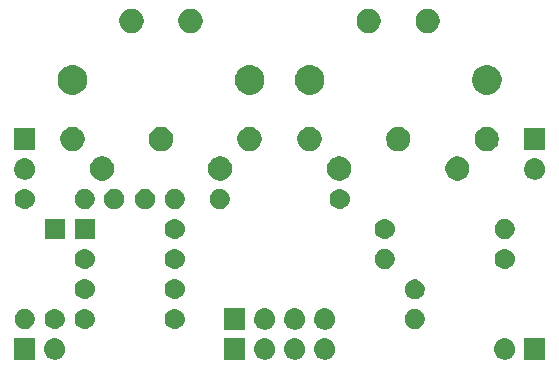
<source format=gbr>
G04 #@! TF.GenerationSoftware,KiCad,Pcbnew,(5.0.0)*
G04 #@! TF.CreationDate,2020-09-09T22:39:45-04:00*
G04 #@! TF.ProjectId,breadboard_midi,6272656164626F6172645F6D6964692E,rev?*
G04 #@! TF.SameCoordinates,Original*
G04 #@! TF.FileFunction,Soldermask,Bot*
G04 #@! TF.FilePolarity,Negative*
%FSLAX46Y46*%
G04 Gerber Fmt 4.6, Leading zero omitted, Abs format (unit mm)*
G04 Created by KiCad (PCBNEW (5.0.0)) date 09/09/20 22:39:45*
%MOMM*%
%LPD*%
G01*
G04 APERTURE LIST*
%ADD10C,0.100000*%
G04 APERTURE END LIST*
D10*
G36*
X171081000Y-115201000D02*
X169279000Y-115201000D01*
X169279000Y-113399000D01*
X171081000Y-113399000D01*
X171081000Y-115201000D01*
X171081000Y-115201000D01*
G37*
G36*
X129650443Y-113405519D02*
X129716627Y-113412037D01*
X129829853Y-113446384D01*
X129886467Y-113463557D01*
X130025087Y-113537652D01*
X130042991Y-113547222D01*
X130078729Y-113576552D01*
X130180186Y-113659814D01*
X130263448Y-113761271D01*
X130292778Y-113797009D01*
X130292779Y-113797011D01*
X130376443Y-113953533D01*
X130376443Y-113953534D01*
X130427963Y-114123373D01*
X130445359Y-114300000D01*
X130427963Y-114476627D01*
X130393616Y-114589853D01*
X130376443Y-114646467D01*
X130302348Y-114785087D01*
X130292778Y-114802991D01*
X130263448Y-114838729D01*
X130180186Y-114940186D01*
X130078729Y-115023448D01*
X130042991Y-115052778D01*
X130042989Y-115052779D01*
X129886467Y-115136443D01*
X129829853Y-115153616D01*
X129716627Y-115187963D01*
X129650442Y-115194482D01*
X129584260Y-115201000D01*
X129495740Y-115201000D01*
X129429558Y-115194482D01*
X129363373Y-115187963D01*
X129250147Y-115153616D01*
X129193533Y-115136443D01*
X129037011Y-115052779D01*
X129037009Y-115052778D01*
X129001271Y-115023448D01*
X128899814Y-114940186D01*
X128816552Y-114838729D01*
X128787222Y-114802991D01*
X128777652Y-114785087D01*
X128703557Y-114646467D01*
X128686384Y-114589853D01*
X128652037Y-114476627D01*
X128634641Y-114300000D01*
X128652037Y-114123373D01*
X128703557Y-113953534D01*
X128703557Y-113953533D01*
X128787221Y-113797011D01*
X128787222Y-113797009D01*
X128816552Y-113761271D01*
X128899814Y-113659814D01*
X129001271Y-113576552D01*
X129037009Y-113547222D01*
X129054913Y-113537652D01*
X129193533Y-113463557D01*
X129250147Y-113446384D01*
X129363373Y-113412037D01*
X129429557Y-113405519D01*
X129495740Y-113399000D01*
X129584260Y-113399000D01*
X129650443Y-113405519D01*
X129650443Y-113405519D01*
G37*
G36*
X127901000Y-115201000D02*
X126099000Y-115201000D01*
X126099000Y-113399000D01*
X127901000Y-113399000D01*
X127901000Y-115201000D01*
X127901000Y-115201000D01*
G37*
G36*
X167750443Y-113405519D02*
X167816627Y-113412037D01*
X167929853Y-113446384D01*
X167986467Y-113463557D01*
X168125087Y-113537652D01*
X168142991Y-113547222D01*
X168178729Y-113576552D01*
X168280186Y-113659814D01*
X168363448Y-113761271D01*
X168392778Y-113797009D01*
X168392779Y-113797011D01*
X168476443Y-113953533D01*
X168476443Y-113953534D01*
X168527963Y-114123373D01*
X168545359Y-114300000D01*
X168527963Y-114476627D01*
X168493616Y-114589853D01*
X168476443Y-114646467D01*
X168402348Y-114785087D01*
X168392778Y-114802991D01*
X168363448Y-114838729D01*
X168280186Y-114940186D01*
X168178729Y-115023448D01*
X168142991Y-115052778D01*
X168142989Y-115052779D01*
X167986467Y-115136443D01*
X167929853Y-115153616D01*
X167816627Y-115187963D01*
X167750442Y-115194482D01*
X167684260Y-115201000D01*
X167595740Y-115201000D01*
X167529558Y-115194482D01*
X167463373Y-115187963D01*
X167350147Y-115153616D01*
X167293533Y-115136443D01*
X167137011Y-115052779D01*
X167137009Y-115052778D01*
X167101271Y-115023448D01*
X166999814Y-114940186D01*
X166916552Y-114838729D01*
X166887222Y-114802991D01*
X166877652Y-114785087D01*
X166803557Y-114646467D01*
X166786384Y-114589853D01*
X166752037Y-114476627D01*
X166734641Y-114300000D01*
X166752037Y-114123373D01*
X166803557Y-113953534D01*
X166803557Y-113953533D01*
X166887221Y-113797011D01*
X166887222Y-113797009D01*
X166916552Y-113761271D01*
X166999814Y-113659814D01*
X167101271Y-113576552D01*
X167137009Y-113547222D01*
X167154913Y-113537652D01*
X167293533Y-113463557D01*
X167350147Y-113446384D01*
X167463373Y-113412037D01*
X167529557Y-113405519D01*
X167595740Y-113399000D01*
X167684260Y-113399000D01*
X167750443Y-113405519D01*
X167750443Y-113405519D01*
G37*
G36*
X152510443Y-113405519D02*
X152576627Y-113412037D01*
X152689853Y-113446384D01*
X152746467Y-113463557D01*
X152885087Y-113537652D01*
X152902991Y-113547222D01*
X152938729Y-113576552D01*
X153040186Y-113659814D01*
X153123448Y-113761271D01*
X153152778Y-113797009D01*
X153152779Y-113797011D01*
X153236443Y-113953533D01*
X153236443Y-113953534D01*
X153287963Y-114123373D01*
X153305359Y-114300000D01*
X153287963Y-114476627D01*
X153253616Y-114589853D01*
X153236443Y-114646467D01*
X153162348Y-114785087D01*
X153152778Y-114802991D01*
X153123448Y-114838729D01*
X153040186Y-114940186D01*
X152938729Y-115023448D01*
X152902991Y-115052778D01*
X152902989Y-115052779D01*
X152746467Y-115136443D01*
X152689853Y-115153616D01*
X152576627Y-115187963D01*
X152510442Y-115194482D01*
X152444260Y-115201000D01*
X152355740Y-115201000D01*
X152289558Y-115194482D01*
X152223373Y-115187963D01*
X152110147Y-115153616D01*
X152053533Y-115136443D01*
X151897011Y-115052779D01*
X151897009Y-115052778D01*
X151861271Y-115023448D01*
X151759814Y-114940186D01*
X151676552Y-114838729D01*
X151647222Y-114802991D01*
X151637652Y-114785087D01*
X151563557Y-114646467D01*
X151546384Y-114589853D01*
X151512037Y-114476627D01*
X151494641Y-114300000D01*
X151512037Y-114123373D01*
X151563557Y-113953534D01*
X151563557Y-113953533D01*
X151647221Y-113797011D01*
X151647222Y-113797009D01*
X151676552Y-113761271D01*
X151759814Y-113659814D01*
X151861271Y-113576552D01*
X151897009Y-113547222D01*
X151914913Y-113537652D01*
X152053533Y-113463557D01*
X152110147Y-113446384D01*
X152223373Y-113412037D01*
X152289557Y-113405519D01*
X152355740Y-113399000D01*
X152444260Y-113399000D01*
X152510443Y-113405519D01*
X152510443Y-113405519D01*
G37*
G36*
X147430443Y-113405519D02*
X147496627Y-113412037D01*
X147609853Y-113446384D01*
X147666467Y-113463557D01*
X147805087Y-113537652D01*
X147822991Y-113547222D01*
X147858729Y-113576552D01*
X147960186Y-113659814D01*
X148043448Y-113761271D01*
X148072778Y-113797009D01*
X148072779Y-113797011D01*
X148156443Y-113953533D01*
X148156443Y-113953534D01*
X148207963Y-114123373D01*
X148225359Y-114300000D01*
X148207963Y-114476627D01*
X148173616Y-114589853D01*
X148156443Y-114646467D01*
X148082348Y-114785087D01*
X148072778Y-114802991D01*
X148043448Y-114838729D01*
X147960186Y-114940186D01*
X147858729Y-115023448D01*
X147822991Y-115052778D01*
X147822989Y-115052779D01*
X147666467Y-115136443D01*
X147609853Y-115153616D01*
X147496627Y-115187963D01*
X147430442Y-115194482D01*
X147364260Y-115201000D01*
X147275740Y-115201000D01*
X147209558Y-115194482D01*
X147143373Y-115187963D01*
X147030147Y-115153616D01*
X146973533Y-115136443D01*
X146817011Y-115052779D01*
X146817009Y-115052778D01*
X146781271Y-115023448D01*
X146679814Y-114940186D01*
X146596552Y-114838729D01*
X146567222Y-114802991D01*
X146557652Y-114785087D01*
X146483557Y-114646467D01*
X146466384Y-114589853D01*
X146432037Y-114476627D01*
X146414641Y-114300000D01*
X146432037Y-114123373D01*
X146483557Y-113953534D01*
X146483557Y-113953533D01*
X146567221Y-113797011D01*
X146567222Y-113797009D01*
X146596552Y-113761271D01*
X146679814Y-113659814D01*
X146781271Y-113576552D01*
X146817009Y-113547222D01*
X146834913Y-113537652D01*
X146973533Y-113463557D01*
X147030147Y-113446384D01*
X147143373Y-113412037D01*
X147209557Y-113405519D01*
X147275740Y-113399000D01*
X147364260Y-113399000D01*
X147430443Y-113405519D01*
X147430443Y-113405519D01*
G37*
G36*
X145681000Y-115201000D02*
X143879000Y-115201000D01*
X143879000Y-113399000D01*
X145681000Y-113399000D01*
X145681000Y-115201000D01*
X145681000Y-115201000D01*
G37*
G36*
X149970443Y-113405519D02*
X150036627Y-113412037D01*
X150149853Y-113446384D01*
X150206467Y-113463557D01*
X150345087Y-113537652D01*
X150362991Y-113547222D01*
X150398729Y-113576552D01*
X150500186Y-113659814D01*
X150583448Y-113761271D01*
X150612778Y-113797009D01*
X150612779Y-113797011D01*
X150696443Y-113953533D01*
X150696443Y-113953534D01*
X150747963Y-114123373D01*
X150765359Y-114300000D01*
X150747963Y-114476627D01*
X150713616Y-114589853D01*
X150696443Y-114646467D01*
X150622348Y-114785087D01*
X150612778Y-114802991D01*
X150583448Y-114838729D01*
X150500186Y-114940186D01*
X150398729Y-115023448D01*
X150362991Y-115052778D01*
X150362989Y-115052779D01*
X150206467Y-115136443D01*
X150149853Y-115153616D01*
X150036627Y-115187963D01*
X149970442Y-115194482D01*
X149904260Y-115201000D01*
X149815740Y-115201000D01*
X149749558Y-115194482D01*
X149683373Y-115187963D01*
X149570147Y-115153616D01*
X149513533Y-115136443D01*
X149357011Y-115052779D01*
X149357009Y-115052778D01*
X149321271Y-115023448D01*
X149219814Y-114940186D01*
X149136552Y-114838729D01*
X149107222Y-114802991D01*
X149097652Y-114785087D01*
X149023557Y-114646467D01*
X149006384Y-114589853D01*
X148972037Y-114476627D01*
X148954641Y-114300000D01*
X148972037Y-114123373D01*
X149023557Y-113953534D01*
X149023557Y-113953533D01*
X149107221Y-113797011D01*
X149107222Y-113797009D01*
X149136552Y-113761271D01*
X149219814Y-113659814D01*
X149321271Y-113576552D01*
X149357009Y-113547222D01*
X149374913Y-113537652D01*
X149513533Y-113463557D01*
X149570147Y-113446384D01*
X149683373Y-113412037D01*
X149749557Y-113405519D01*
X149815740Y-113399000D01*
X149904260Y-113399000D01*
X149970443Y-113405519D01*
X149970443Y-113405519D01*
G37*
G36*
X152510442Y-110865518D02*
X152576627Y-110872037D01*
X152689853Y-110906384D01*
X152746467Y-110923557D01*
X152833311Y-110969977D01*
X152902991Y-111007222D01*
X152938729Y-111036552D01*
X153040186Y-111119814D01*
X153120369Y-111217519D01*
X153152778Y-111257009D01*
X153152779Y-111257011D01*
X153236443Y-111413533D01*
X153253616Y-111470147D01*
X153287963Y-111583373D01*
X153305359Y-111760000D01*
X153287963Y-111936627D01*
X153266243Y-112008228D01*
X153236443Y-112106467D01*
X153167698Y-112235078D01*
X153152778Y-112262991D01*
X153123448Y-112298729D01*
X153040186Y-112400186D01*
X152938729Y-112483448D01*
X152902991Y-112512778D01*
X152902989Y-112512779D01*
X152746467Y-112596443D01*
X152739069Y-112598687D01*
X152576627Y-112647963D01*
X152510442Y-112654482D01*
X152444260Y-112661000D01*
X152355740Y-112661000D01*
X152289558Y-112654482D01*
X152223373Y-112647963D01*
X152060931Y-112598687D01*
X152053533Y-112596443D01*
X151897011Y-112512779D01*
X151897009Y-112512778D01*
X151861271Y-112483448D01*
X151759814Y-112400186D01*
X151676552Y-112298729D01*
X151647222Y-112262991D01*
X151632302Y-112235078D01*
X151563557Y-112106467D01*
X151533757Y-112008228D01*
X151512037Y-111936627D01*
X151494641Y-111760000D01*
X151512037Y-111583373D01*
X151546384Y-111470147D01*
X151563557Y-111413533D01*
X151647221Y-111257011D01*
X151647222Y-111257009D01*
X151679631Y-111217519D01*
X151759814Y-111119814D01*
X151861271Y-111036552D01*
X151897009Y-111007222D01*
X151966689Y-110969977D01*
X152053533Y-110923557D01*
X152110147Y-110906384D01*
X152223373Y-110872037D01*
X152289558Y-110865518D01*
X152355740Y-110859000D01*
X152444260Y-110859000D01*
X152510442Y-110865518D01*
X152510442Y-110865518D01*
G37*
G36*
X145681000Y-112661000D02*
X143879000Y-112661000D01*
X143879000Y-110859000D01*
X145681000Y-110859000D01*
X145681000Y-112661000D01*
X145681000Y-112661000D01*
G37*
G36*
X147430442Y-110865518D02*
X147496627Y-110872037D01*
X147609853Y-110906384D01*
X147666467Y-110923557D01*
X147753311Y-110969977D01*
X147822991Y-111007222D01*
X147858729Y-111036552D01*
X147960186Y-111119814D01*
X148040369Y-111217519D01*
X148072778Y-111257009D01*
X148072779Y-111257011D01*
X148156443Y-111413533D01*
X148173616Y-111470147D01*
X148207963Y-111583373D01*
X148225359Y-111760000D01*
X148207963Y-111936627D01*
X148186243Y-112008228D01*
X148156443Y-112106467D01*
X148087698Y-112235078D01*
X148072778Y-112262991D01*
X148043448Y-112298729D01*
X147960186Y-112400186D01*
X147858729Y-112483448D01*
X147822991Y-112512778D01*
X147822989Y-112512779D01*
X147666467Y-112596443D01*
X147659069Y-112598687D01*
X147496627Y-112647963D01*
X147430442Y-112654482D01*
X147364260Y-112661000D01*
X147275740Y-112661000D01*
X147209558Y-112654482D01*
X147143373Y-112647963D01*
X146980931Y-112598687D01*
X146973533Y-112596443D01*
X146817011Y-112512779D01*
X146817009Y-112512778D01*
X146781271Y-112483448D01*
X146679814Y-112400186D01*
X146596552Y-112298729D01*
X146567222Y-112262991D01*
X146552302Y-112235078D01*
X146483557Y-112106467D01*
X146453757Y-112008228D01*
X146432037Y-111936627D01*
X146414641Y-111760000D01*
X146432037Y-111583373D01*
X146466384Y-111470147D01*
X146483557Y-111413533D01*
X146567221Y-111257011D01*
X146567222Y-111257009D01*
X146599631Y-111217519D01*
X146679814Y-111119814D01*
X146781271Y-111036552D01*
X146817009Y-111007222D01*
X146886689Y-110969977D01*
X146973533Y-110923557D01*
X147030147Y-110906384D01*
X147143373Y-110872037D01*
X147209558Y-110865518D01*
X147275740Y-110859000D01*
X147364260Y-110859000D01*
X147430442Y-110865518D01*
X147430442Y-110865518D01*
G37*
G36*
X149970442Y-110865518D02*
X150036627Y-110872037D01*
X150149853Y-110906384D01*
X150206467Y-110923557D01*
X150293311Y-110969977D01*
X150362991Y-111007222D01*
X150398729Y-111036552D01*
X150500186Y-111119814D01*
X150580369Y-111217519D01*
X150612778Y-111257009D01*
X150612779Y-111257011D01*
X150696443Y-111413533D01*
X150713616Y-111470147D01*
X150747963Y-111583373D01*
X150765359Y-111760000D01*
X150747963Y-111936627D01*
X150726243Y-112008228D01*
X150696443Y-112106467D01*
X150627698Y-112235078D01*
X150612778Y-112262991D01*
X150583448Y-112298729D01*
X150500186Y-112400186D01*
X150398729Y-112483448D01*
X150362991Y-112512778D01*
X150362989Y-112512779D01*
X150206467Y-112596443D01*
X150199069Y-112598687D01*
X150036627Y-112647963D01*
X149970442Y-112654482D01*
X149904260Y-112661000D01*
X149815740Y-112661000D01*
X149749558Y-112654482D01*
X149683373Y-112647963D01*
X149520931Y-112598687D01*
X149513533Y-112596443D01*
X149357011Y-112512779D01*
X149357009Y-112512778D01*
X149321271Y-112483448D01*
X149219814Y-112400186D01*
X149136552Y-112298729D01*
X149107222Y-112262991D01*
X149092302Y-112235078D01*
X149023557Y-112106467D01*
X148993757Y-112008228D01*
X148972037Y-111936627D01*
X148954641Y-111760000D01*
X148972037Y-111583373D01*
X149006384Y-111470147D01*
X149023557Y-111413533D01*
X149107221Y-111257011D01*
X149107222Y-111257009D01*
X149139631Y-111217519D01*
X149219814Y-111119814D01*
X149321271Y-111036552D01*
X149357009Y-111007222D01*
X149426689Y-110969977D01*
X149513533Y-110923557D01*
X149570147Y-110906384D01*
X149683373Y-110872037D01*
X149749558Y-110865518D01*
X149815740Y-110859000D01*
X149904260Y-110859000D01*
X149970442Y-110865518D01*
X149970442Y-110865518D01*
G37*
G36*
X139866821Y-110921313D02*
X139866824Y-110921314D01*
X139866825Y-110921314D01*
X140027239Y-110969975D01*
X140027241Y-110969976D01*
X140027244Y-110969977D01*
X140175078Y-111048995D01*
X140304659Y-111155341D01*
X140411005Y-111284922D01*
X140490023Y-111432756D01*
X140490024Y-111432759D01*
X140490025Y-111432761D01*
X140535713Y-111583375D01*
X140538687Y-111593179D01*
X140555117Y-111760000D01*
X140538687Y-111926821D01*
X140538686Y-111926824D01*
X140538686Y-111926825D01*
X140513993Y-112008228D01*
X140490023Y-112087244D01*
X140411005Y-112235078D01*
X140304659Y-112364659D01*
X140175078Y-112471005D01*
X140027244Y-112550023D01*
X140027241Y-112550024D01*
X140027239Y-112550025D01*
X139866825Y-112598686D01*
X139866824Y-112598686D01*
X139866821Y-112598687D01*
X139741804Y-112611000D01*
X139658196Y-112611000D01*
X139533179Y-112598687D01*
X139533176Y-112598686D01*
X139533175Y-112598686D01*
X139372761Y-112550025D01*
X139372759Y-112550024D01*
X139372756Y-112550023D01*
X139224922Y-112471005D01*
X139095341Y-112364659D01*
X138988995Y-112235078D01*
X138909977Y-112087244D01*
X138886008Y-112008228D01*
X138861314Y-111926825D01*
X138861314Y-111926824D01*
X138861313Y-111926821D01*
X138844883Y-111760000D01*
X138861313Y-111593179D01*
X138864287Y-111583375D01*
X138909975Y-111432761D01*
X138909976Y-111432759D01*
X138909977Y-111432756D01*
X138988995Y-111284922D01*
X139095341Y-111155341D01*
X139224922Y-111048995D01*
X139372756Y-110969977D01*
X139372759Y-110969976D01*
X139372761Y-110969975D01*
X139533175Y-110921314D01*
X139533176Y-110921314D01*
X139533179Y-110921313D01*
X139658196Y-110909000D01*
X139741804Y-110909000D01*
X139866821Y-110921313D01*
X139866821Y-110921313D01*
G37*
G36*
X132246821Y-110921313D02*
X132246824Y-110921314D01*
X132246825Y-110921314D01*
X132407239Y-110969975D01*
X132407241Y-110969976D01*
X132407244Y-110969977D01*
X132555078Y-111048995D01*
X132684659Y-111155341D01*
X132791005Y-111284922D01*
X132870023Y-111432756D01*
X132870024Y-111432759D01*
X132870025Y-111432761D01*
X132915713Y-111583375D01*
X132918687Y-111593179D01*
X132935117Y-111760000D01*
X132918687Y-111926821D01*
X132918686Y-111926824D01*
X132918686Y-111926825D01*
X132893993Y-112008228D01*
X132870023Y-112087244D01*
X132791005Y-112235078D01*
X132684659Y-112364659D01*
X132555078Y-112471005D01*
X132407244Y-112550023D01*
X132407241Y-112550024D01*
X132407239Y-112550025D01*
X132246825Y-112598686D01*
X132246824Y-112598686D01*
X132246821Y-112598687D01*
X132121804Y-112611000D01*
X132038196Y-112611000D01*
X131913179Y-112598687D01*
X131913176Y-112598686D01*
X131913175Y-112598686D01*
X131752761Y-112550025D01*
X131752759Y-112550024D01*
X131752756Y-112550023D01*
X131604922Y-112471005D01*
X131475341Y-112364659D01*
X131368995Y-112235078D01*
X131289977Y-112087244D01*
X131266008Y-112008228D01*
X131241314Y-111926825D01*
X131241314Y-111926824D01*
X131241313Y-111926821D01*
X131224883Y-111760000D01*
X131241313Y-111593179D01*
X131244287Y-111583375D01*
X131289975Y-111432761D01*
X131289976Y-111432759D01*
X131289977Y-111432756D01*
X131368995Y-111284922D01*
X131475341Y-111155341D01*
X131604922Y-111048995D01*
X131752756Y-110969977D01*
X131752759Y-110969976D01*
X131752761Y-110969975D01*
X131913175Y-110921314D01*
X131913176Y-110921314D01*
X131913179Y-110921313D01*
X132038196Y-110909000D01*
X132121804Y-110909000D01*
X132246821Y-110921313D01*
X132246821Y-110921313D01*
G37*
G36*
X127248228Y-110941703D02*
X127403100Y-111005853D01*
X127542481Y-111098985D01*
X127661015Y-111217519D01*
X127754147Y-111356900D01*
X127818297Y-111511772D01*
X127851000Y-111676184D01*
X127851000Y-111843816D01*
X127818297Y-112008228D01*
X127754147Y-112163100D01*
X127661015Y-112302481D01*
X127542481Y-112421015D01*
X127403100Y-112514147D01*
X127248228Y-112578297D01*
X127083816Y-112611000D01*
X126916184Y-112611000D01*
X126751772Y-112578297D01*
X126596900Y-112514147D01*
X126457519Y-112421015D01*
X126338985Y-112302481D01*
X126245853Y-112163100D01*
X126181703Y-112008228D01*
X126149000Y-111843816D01*
X126149000Y-111676184D01*
X126181703Y-111511772D01*
X126245853Y-111356900D01*
X126338985Y-111217519D01*
X126457519Y-111098985D01*
X126596900Y-111005853D01*
X126751772Y-110941703D01*
X126916184Y-110909000D01*
X127083816Y-110909000D01*
X127248228Y-110941703D01*
X127248228Y-110941703D01*
G37*
G36*
X160268228Y-110941703D02*
X160423100Y-111005853D01*
X160562481Y-111098985D01*
X160681015Y-111217519D01*
X160774147Y-111356900D01*
X160838297Y-111511772D01*
X160871000Y-111676184D01*
X160871000Y-111843816D01*
X160838297Y-112008228D01*
X160774147Y-112163100D01*
X160681015Y-112302481D01*
X160562481Y-112421015D01*
X160423100Y-112514147D01*
X160268228Y-112578297D01*
X160103816Y-112611000D01*
X159936184Y-112611000D01*
X159771772Y-112578297D01*
X159616900Y-112514147D01*
X159477519Y-112421015D01*
X159358985Y-112302481D01*
X159265853Y-112163100D01*
X159201703Y-112008228D01*
X159169000Y-111843816D01*
X159169000Y-111676184D01*
X159201703Y-111511772D01*
X159265853Y-111356900D01*
X159358985Y-111217519D01*
X159477519Y-111098985D01*
X159616900Y-111005853D01*
X159771772Y-110941703D01*
X159936184Y-110909000D01*
X160103816Y-110909000D01*
X160268228Y-110941703D01*
X160268228Y-110941703D01*
G37*
G36*
X129706821Y-110921313D02*
X129706824Y-110921314D01*
X129706825Y-110921314D01*
X129867239Y-110969975D01*
X129867241Y-110969976D01*
X129867244Y-110969977D01*
X130015078Y-111048995D01*
X130144659Y-111155341D01*
X130251005Y-111284922D01*
X130330023Y-111432756D01*
X130330024Y-111432759D01*
X130330025Y-111432761D01*
X130375713Y-111583375D01*
X130378687Y-111593179D01*
X130395117Y-111760000D01*
X130378687Y-111926821D01*
X130378686Y-111926824D01*
X130378686Y-111926825D01*
X130353993Y-112008228D01*
X130330023Y-112087244D01*
X130251005Y-112235078D01*
X130144659Y-112364659D01*
X130015078Y-112471005D01*
X129867244Y-112550023D01*
X129867241Y-112550024D01*
X129867239Y-112550025D01*
X129706825Y-112598686D01*
X129706824Y-112598686D01*
X129706821Y-112598687D01*
X129581804Y-112611000D01*
X129498196Y-112611000D01*
X129373179Y-112598687D01*
X129373176Y-112598686D01*
X129373175Y-112598686D01*
X129212761Y-112550025D01*
X129212759Y-112550024D01*
X129212756Y-112550023D01*
X129064922Y-112471005D01*
X128935341Y-112364659D01*
X128828995Y-112235078D01*
X128749977Y-112087244D01*
X128726008Y-112008228D01*
X128701314Y-111926825D01*
X128701314Y-111926824D01*
X128701313Y-111926821D01*
X128684883Y-111760000D01*
X128701313Y-111593179D01*
X128704287Y-111583375D01*
X128749975Y-111432761D01*
X128749976Y-111432759D01*
X128749977Y-111432756D01*
X128828995Y-111284922D01*
X128935341Y-111155341D01*
X129064922Y-111048995D01*
X129212756Y-110969977D01*
X129212759Y-110969976D01*
X129212761Y-110969975D01*
X129373175Y-110921314D01*
X129373176Y-110921314D01*
X129373179Y-110921313D01*
X129498196Y-110909000D01*
X129581804Y-110909000D01*
X129706821Y-110921313D01*
X129706821Y-110921313D01*
G37*
G36*
X160268228Y-108441703D02*
X160423100Y-108505853D01*
X160562481Y-108598985D01*
X160681015Y-108717519D01*
X160774147Y-108856900D01*
X160838297Y-109011772D01*
X160871000Y-109176184D01*
X160871000Y-109343816D01*
X160838297Y-109508228D01*
X160774147Y-109663100D01*
X160681015Y-109802481D01*
X160562481Y-109921015D01*
X160423100Y-110014147D01*
X160268228Y-110078297D01*
X160103816Y-110111000D01*
X159936184Y-110111000D01*
X159771772Y-110078297D01*
X159616900Y-110014147D01*
X159477519Y-109921015D01*
X159358985Y-109802481D01*
X159265853Y-109663100D01*
X159201703Y-109508228D01*
X159169000Y-109343816D01*
X159169000Y-109176184D01*
X159201703Y-109011772D01*
X159265853Y-108856900D01*
X159358985Y-108717519D01*
X159477519Y-108598985D01*
X159616900Y-108505853D01*
X159771772Y-108441703D01*
X159936184Y-108409000D01*
X160103816Y-108409000D01*
X160268228Y-108441703D01*
X160268228Y-108441703D01*
G37*
G36*
X139866821Y-108381313D02*
X139866824Y-108381314D01*
X139866825Y-108381314D01*
X140027239Y-108429975D01*
X140027241Y-108429976D01*
X140027244Y-108429977D01*
X140175078Y-108508995D01*
X140304659Y-108615341D01*
X140411005Y-108744922D01*
X140490023Y-108892756D01*
X140490024Y-108892759D01*
X140490025Y-108892761D01*
X140538686Y-109053175D01*
X140538687Y-109053179D01*
X140555117Y-109220000D01*
X140538687Y-109386821D01*
X140538686Y-109386824D01*
X140538686Y-109386825D01*
X140501859Y-109508228D01*
X140490023Y-109547244D01*
X140411005Y-109695078D01*
X140304659Y-109824659D01*
X140175078Y-109931005D01*
X140027244Y-110010023D01*
X140027241Y-110010024D01*
X140027239Y-110010025D01*
X139866825Y-110058686D01*
X139866824Y-110058686D01*
X139866821Y-110058687D01*
X139741804Y-110071000D01*
X139658196Y-110071000D01*
X139533179Y-110058687D01*
X139533176Y-110058686D01*
X139533175Y-110058686D01*
X139372761Y-110010025D01*
X139372759Y-110010024D01*
X139372756Y-110010023D01*
X139224922Y-109931005D01*
X139095341Y-109824659D01*
X138988995Y-109695078D01*
X138909977Y-109547244D01*
X138898142Y-109508228D01*
X138861314Y-109386825D01*
X138861314Y-109386824D01*
X138861313Y-109386821D01*
X138844883Y-109220000D01*
X138861313Y-109053179D01*
X138861314Y-109053175D01*
X138909975Y-108892761D01*
X138909976Y-108892759D01*
X138909977Y-108892756D01*
X138988995Y-108744922D01*
X139095341Y-108615341D01*
X139224922Y-108508995D01*
X139372756Y-108429977D01*
X139372759Y-108429976D01*
X139372761Y-108429975D01*
X139533175Y-108381314D01*
X139533176Y-108381314D01*
X139533179Y-108381313D01*
X139658196Y-108369000D01*
X139741804Y-108369000D01*
X139866821Y-108381313D01*
X139866821Y-108381313D01*
G37*
G36*
X132246821Y-108381313D02*
X132246824Y-108381314D01*
X132246825Y-108381314D01*
X132407239Y-108429975D01*
X132407241Y-108429976D01*
X132407244Y-108429977D01*
X132555078Y-108508995D01*
X132684659Y-108615341D01*
X132791005Y-108744922D01*
X132870023Y-108892756D01*
X132870024Y-108892759D01*
X132870025Y-108892761D01*
X132918686Y-109053175D01*
X132918687Y-109053179D01*
X132935117Y-109220000D01*
X132918687Y-109386821D01*
X132918686Y-109386824D01*
X132918686Y-109386825D01*
X132881859Y-109508228D01*
X132870023Y-109547244D01*
X132791005Y-109695078D01*
X132684659Y-109824659D01*
X132555078Y-109931005D01*
X132407244Y-110010023D01*
X132407241Y-110010024D01*
X132407239Y-110010025D01*
X132246825Y-110058686D01*
X132246824Y-110058686D01*
X132246821Y-110058687D01*
X132121804Y-110071000D01*
X132038196Y-110071000D01*
X131913179Y-110058687D01*
X131913176Y-110058686D01*
X131913175Y-110058686D01*
X131752761Y-110010025D01*
X131752759Y-110010024D01*
X131752756Y-110010023D01*
X131604922Y-109931005D01*
X131475341Y-109824659D01*
X131368995Y-109695078D01*
X131289977Y-109547244D01*
X131278142Y-109508228D01*
X131241314Y-109386825D01*
X131241314Y-109386824D01*
X131241313Y-109386821D01*
X131224883Y-109220000D01*
X131241313Y-109053179D01*
X131241314Y-109053175D01*
X131289975Y-108892761D01*
X131289976Y-108892759D01*
X131289977Y-108892756D01*
X131368995Y-108744922D01*
X131475341Y-108615341D01*
X131604922Y-108508995D01*
X131752756Y-108429977D01*
X131752759Y-108429976D01*
X131752761Y-108429975D01*
X131913175Y-108381314D01*
X131913176Y-108381314D01*
X131913179Y-108381313D01*
X132038196Y-108369000D01*
X132121804Y-108369000D01*
X132246821Y-108381313D01*
X132246821Y-108381313D01*
G37*
G36*
X139866821Y-105841313D02*
X139866824Y-105841314D01*
X139866825Y-105841314D01*
X140027239Y-105889975D01*
X140027241Y-105889976D01*
X140027244Y-105889977D01*
X140175078Y-105968995D01*
X140304659Y-106075341D01*
X140411005Y-106204922D01*
X140490023Y-106352756D01*
X140490024Y-106352759D01*
X140490025Y-106352761D01*
X140538686Y-106513175D01*
X140538687Y-106513179D01*
X140555117Y-106680000D01*
X140538687Y-106846821D01*
X140538686Y-106846824D01*
X140538686Y-106846825D01*
X140513993Y-106928228D01*
X140490023Y-107007244D01*
X140411005Y-107155078D01*
X140304659Y-107284659D01*
X140175078Y-107391005D01*
X140027244Y-107470023D01*
X140027241Y-107470024D01*
X140027239Y-107470025D01*
X139866825Y-107518686D01*
X139866824Y-107518686D01*
X139866821Y-107518687D01*
X139741804Y-107531000D01*
X139658196Y-107531000D01*
X139533179Y-107518687D01*
X139533176Y-107518686D01*
X139533175Y-107518686D01*
X139372761Y-107470025D01*
X139372759Y-107470024D01*
X139372756Y-107470023D01*
X139224922Y-107391005D01*
X139095341Y-107284659D01*
X138988995Y-107155078D01*
X138909977Y-107007244D01*
X138886008Y-106928228D01*
X138861314Y-106846825D01*
X138861314Y-106846824D01*
X138861313Y-106846821D01*
X138844883Y-106680000D01*
X138861313Y-106513179D01*
X138861314Y-106513175D01*
X138909975Y-106352761D01*
X138909976Y-106352759D01*
X138909977Y-106352756D01*
X138988995Y-106204922D01*
X139095341Y-106075341D01*
X139224922Y-105968995D01*
X139372756Y-105889977D01*
X139372759Y-105889976D01*
X139372761Y-105889975D01*
X139533175Y-105841314D01*
X139533176Y-105841314D01*
X139533179Y-105841313D01*
X139658196Y-105829000D01*
X139741804Y-105829000D01*
X139866821Y-105841313D01*
X139866821Y-105841313D01*
G37*
G36*
X132246821Y-105841313D02*
X132246824Y-105841314D01*
X132246825Y-105841314D01*
X132407239Y-105889975D01*
X132407241Y-105889976D01*
X132407244Y-105889977D01*
X132555078Y-105968995D01*
X132684659Y-106075341D01*
X132791005Y-106204922D01*
X132870023Y-106352756D01*
X132870024Y-106352759D01*
X132870025Y-106352761D01*
X132918686Y-106513175D01*
X132918687Y-106513179D01*
X132935117Y-106680000D01*
X132918687Y-106846821D01*
X132918686Y-106846824D01*
X132918686Y-106846825D01*
X132893993Y-106928228D01*
X132870023Y-107007244D01*
X132791005Y-107155078D01*
X132684659Y-107284659D01*
X132555078Y-107391005D01*
X132407244Y-107470023D01*
X132407241Y-107470024D01*
X132407239Y-107470025D01*
X132246825Y-107518686D01*
X132246824Y-107518686D01*
X132246821Y-107518687D01*
X132121804Y-107531000D01*
X132038196Y-107531000D01*
X131913179Y-107518687D01*
X131913176Y-107518686D01*
X131913175Y-107518686D01*
X131752761Y-107470025D01*
X131752759Y-107470024D01*
X131752756Y-107470023D01*
X131604922Y-107391005D01*
X131475341Y-107284659D01*
X131368995Y-107155078D01*
X131289977Y-107007244D01*
X131266008Y-106928228D01*
X131241314Y-106846825D01*
X131241314Y-106846824D01*
X131241313Y-106846821D01*
X131224883Y-106680000D01*
X131241313Y-106513179D01*
X131241314Y-106513175D01*
X131289975Y-106352761D01*
X131289976Y-106352759D01*
X131289977Y-106352756D01*
X131368995Y-106204922D01*
X131475341Y-106075341D01*
X131604922Y-105968995D01*
X131752756Y-105889977D01*
X131752759Y-105889976D01*
X131752761Y-105889975D01*
X131913175Y-105841314D01*
X131913176Y-105841314D01*
X131913179Y-105841313D01*
X132038196Y-105829000D01*
X132121804Y-105829000D01*
X132246821Y-105841313D01*
X132246821Y-105841313D01*
G37*
G36*
X157728228Y-105861703D02*
X157883100Y-105925853D01*
X158022481Y-106018985D01*
X158141015Y-106137519D01*
X158234147Y-106276900D01*
X158298297Y-106431772D01*
X158331000Y-106596184D01*
X158331000Y-106763816D01*
X158298297Y-106928228D01*
X158234147Y-107083100D01*
X158141015Y-107222481D01*
X158022481Y-107341015D01*
X157883100Y-107434147D01*
X157728228Y-107498297D01*
X157563816Y-107531000D01*
X157396184Y-107531000D01*
X157231772Y-107498297D01*
X157076900Y-107434147D01*
X156937519Y-107341015D01*
X156818985Y-107222481D01*
X156725853Y-107083100D01*
X156661703Y-106928228D01*
X156629000Y-106763816D01*
X156629000Y-106596184D01*
X156661703Y-106431772D01*
X156725853Y-106276900D01*
X156818985Y-106137519D01*
X156937519Y-106018985D01*
X157076900Y-105925853D01*
X157231772Y-105861703D01*
X157396184Y-105829000D01*
X157563816Y-105829000D01*
X157728228Y-105861703D01*
X157728228Y-105861703D01*
G37*
G36*
X167806821Y-105841313D02*
X167806824Y-105841314D01*
X167806825Y-105841314D01*
X167967239Y-105889975D01*
X167967241Y-105889976D01*
X167967244Y-105889977D01*
X168115078Y-105968995D01*
X168244659Y-106075341D01*
X168351005Y-106204922D01*
X168430023Y-106352756D01*
X168430024Y-106352759D01*
X168430025Y-106352761D01*
X168478686Y-106513175D01*
X168478687Y-106513179D01*
X168495117Y-106680000D01*
X168478687Y-106846821D01*
X168478686Y-106846824D01*
X168478686Y-106846825D01*
X168453993Y-106928228D01*
X168430023Y-107007244D01*
X168351005Y-107155078D01*
X168244659Y-107284659D01*
X168115078Y-107391005D01*
X167967244Y-107470023D01*
X167967241Y-107470024D01*
X167967239Y-107470025D01*
X167806825Y-107518686D01*
X167806824Y-107518686D01*
X167806821Y-107518687D01*
X167681804Y-107531000D01*
X167598196Y-107531000D01*
X167473179Y-107518687D01*
X167473176Y-107518686D01*
X167473175Y-107518686D01*
X167312761Y-107470025D01*
X167312759Y-107470024D01*
X167312756Y-107470023D01*
X167164922Y-107391005D01*
X167035341Y-107284659D01*
X166928995Y-107155078D01*
X166849977Y-107007244D01*
X166826008Y-106928228D01*
X166801314Y-106846825D01*
X166801314Y-106846824D01*
X166801313Y-106846821D01*
X166784883Y-106680000D01*
X166801313Y-106513179D01*
X166801314Y-106513175D01*
X166849975Y-106352761D01*
X166849976Y-106352759D01*
X166849977Y-106352756D01*
X166928995Y-106204922D01*
X167035341Y-106075341D01*
X167164922Y-105968995D01*
X167312756Y-105889977D01*
X167312759Y-105889976D01*
X167312761Y-105889975D01*
X167473175Y-105841314D01*
X167473176Y-105841314D01*
X167473179Y-105841313D01*
X167598196Y-105829000D01*
X167681804Y-105829000D01*
X167806821Y-105841313D01*
X167806821Y-105841313D01*
G37*
G36*
X139866821Y-103301313D02*
X139866824Y-103301314D01*
X139866825Y-103301314D01*
X140027239Y-103349975D01*
X140027241Y-103349976D01*
X140027244Y-103349977D01*
X140175078Y-103428995D01*
X140304659Y-103535341D01*
X140411005Y-103664922D01*
X140490023Y-103812756D01*
X140490024Y-103812759D01*
X140490025Y-103812761D01*
X140538686Y-103973175D01*
X140538687Y-103973179D01*
X140555117Y-104140000D01*
X140538687Y-104306821D01*
X140538686Y-104306824D01*
X140538686Y-104306825D01*
X140513993Y-104388228D01*
X140490023Y-104467244D01*
X140411005Y-104615078D01*
X140304659Y-104744659D01*
X140175078Y-104851005D01*
X140027244Y-104930023D01*
X140027241Y-104930024D01*
X140027239Y-104930025D01*
X139866825Y-104978686D01*
X139866824Y-104978686D01*
X139866821Y-104978687D01*
X139741804Y-104991000D01*
X139658196Y-104991000D01*
X139533179Y-104978687D01*
X139533176Y-104978686D01*
X139533175Y-104978686D01*
X139372761Y-104930025D01*
X139372759Y-104930024D01*
X139372756Y-104930023D01*
X139224922Y-104851005D01*
X139095341Y-104744659D01*
X138988995Y-104615078D01*
X138909977Y-104467244D01*
X138886008Y-104388228D01*
X138861314Y-104306825D01*
X138861314Y-104306824D01*
X138861313Y-104306821D01*
X138844883Y-104140000D01*
X138861313Y-103973179D01*
X138861314Y-103973175D01*
X138909975Y-103812761D01*
X138909976Y-103812759D01*
X138909977Y-103812756D01*
X138988995Y-103664922D01*
X139095341Y-103535341D01*
X139224922Y-103428995D01*
X139372756Y-103349977D01*
X139372759Y-103349976D01*
X139372761Y-103349975D01*
X139533175Y-103301314D01*
X139533176Y-103301314D01*
X139533179Y-103301313D01*
X139658196Y-103289000D01*
X139741804Y-103289000D01*
X139866821Y-103301313D01*
X139866821Y-103301313D01*
G37*
G36*
X130391000Y-104991000D02*
X128689000Y-104991000D01*
X128689000Y-103289000D01*
X130391000Y-103289000D01*
X130391000Y-104991000D01*
X130391000Y-104991000D01*
G37*
G36*
X132931000Y-104991000D02*
X131229000Y-104991000D01*
X131229000Y-103289000D01*
X132931000Y-103289000D01*
X132931000Y-104991000D01*
X132931000Y-104991000D01*
G37*
G36*
X157646821Y-103301313D02*
X157646824Y-103301314D01*
X157646825Y-103301314D01*
X157807239Y-103349975D01*
X157807241Y-103349976D01*
X157807244Y-103349977D01*
X157955078Y-103428995D01*
X158084659Y-103535341D01*
X158191005Y-103664922D01*
X158270023Y-103812756D01*
X158270024Y-103812759D01*
X158270025Y-103812761D01*
X158318686Y-103973175D01*
X158318687Y-103973179D01*
X158335117Y-104140000D01*
X158318687Y-104306821D01*
X158318686Y-104306824D01*
X158318686Y-104306825D01*
X158293993Y-104388228D01*
X158270023Y-104467244D01*
X158191005Y-104615078D01*
X158084659Y-104744659D01*
X157955078Y-104851005D01*
X157807244Y-104930023D01*
X157807241Y-104930024D01*
X157807239Y-104930025D01*
X157646825Y-104978686D01*
X157646824Y-104978686D01*
X157646821Y-104978687D01*
X157521804Y-104991000D01*
X157438196Y-104991000D01*
X157313179Y-104978687D01*
X157313176Y-104978686D01*
X157313175Y-104978686D01*
X157152761Y-104930025D01*
X157152759Y-104930024D01*
X157152756Y-104930023D01*
X157004922Y-104851005D01*
X156875341Y-104744659D01*
X156768995Y-104615078D01*
X156689977Y-104467244D01*
X156666008Y-104388228D01*
X156641314Y-104306825D01*
X156641314Y-104306824D01*
X156641313Y-104306821D01*
X156624883Y-104140000D01*
X156641313Y-103973179D01*
X156641314Y-103973175D01*
X156689975Y-103812761D01*
X156689976Y-103812759D01*
X156689977Y-103812756D01*
X156768995Y-103664922D01*
X156875341Y-103535341D01*
X157004922Y-103428995D01*
X157152756Y-103349977D01*
X157152759Y-103349976D01*
X157152761Y-103349975D01*
X157313175Y-103301314D01*
X157313176Y-103301314D01*
X157313179Y-103301313D01*
X157438196Y-103289000D01*
X157521804Y-103289000D01*
X157646821Y-103301313D01*
X157646821Y-103301313D01*
G37*
G36*
X167888228Y-103321703D02*
X168043100Y-103385853D01*
X168182481Y-103478985D01*
X168301015Y-103597519D01*
X168394147Y-103736900D01*
X168458297Y-103891772D01*
X168491000Y-104056184D01*
X168491000Y-104223816D01*
X168458297Y-104388228D01*
X168394147Y-104543100D01*
X168301015Y-104682481D01*
X168182481Y-104801015D01*
X168043100Y-104894147D01*
X167888228Y-104958297D01*
X167723816Y-104991000D01*
X167556184Y-104991000D01*
X167391772Y-104958297D01*
X167236900Y-104894147D01*
X167097519Y-104801015D01*
X166978985Y-104682481D01*
X166885853Y-104543100D01*
X166821703Y-104388228D01*
X166789000Y-104223816D01*
X166789000Y-104056184D01*
X166821703Y-103891772D01*
X166885853Y-103736900D01*
X166978985Y-103597519D01*
X167097519Y-103478985D01*
X167236900Y-103385853D01*
X167391772Y-103321703D01*
X167556184Y-103289000D01*
X167723816Y-103289000D01*
X167888228Y-103321703D01*
X167888228Y-103321703D01*
G37*
G36*
X127166821Y-100761313D02*
X127166824Y-100761314D01*
X127166825Y-100761314D01*
X127327239Y-100809975D01*
X127327241Y-100809976D01*
X127327244Y-100809977D01*
X127475078Y-100888995D01*
X127604659Y-100995341D01*
X127711005Y-101124922D01*
X127790023Y-101272756D01*
X127790024Y-101272759D01*
X127790025Y-101272761D01*
X127838686Y-101433175D01*
X127838687Y-101433179D01*
X127855117Y-101600000D01*
X127838687Y-101766821D01*
X127838686Y-101766824D01*
X127838686Y-101766825D01*
X127813993Y-101848228D01*
X127790023Y-101927244D01*
X127711005Y-102075078D01*
X127604659Y-102204659D01*
X127475078Y-102311005D01*
X127327244Y-102390023D01*
X127327241Y-102390024D01*
X127327239Y-102390025D01*
X127166825Y-102438686D01*
X127166824Y-102438686D01*
X127166821Y-102438687D01*
X127041804Y-102451000D01*
X126958196Y-102451000D01*
X126833179Y-102438687D01*
X126833176Y-102438686D01*
X126833175Y-102438686D01*
X126672761Y-102390025D01*
X126672759Y-102390024D01*
X126672756Y-102390023D01*
X126524922Y-102311005D01*
X126395341Y-102204659D01*
X126288995Y-102075078D01*
X126209977Y-101927244D01*
X126186008Y-101848228D01*
X126161314Y-101766825D01*
X126161314Y-101766824D01*
X126161313Y-101766821D01*
X126144883Y-101600000D01*
X126161313Y-101433179D01*
X126161314Y-101433175D01*
X126209975Y-101272761D01*
X126209976Y-101272759D01*
X126209977Y-101272756D01*
X126288995Y-101124922D01*
X126395341Y-100995341D01*
X126524922Y-100888995D01*
X126672756Y-100809977D01*
X126672759Y-100809976D01*
X126672761Y-100809975D01*
X126833175Y-100761314D01*
X126833176Y-100761314D01*
X126833179Y-100761313D01*
X126958196Y-100749000D01*
X127041804Y-100749000D01*
X127166821Y-100761313D01*
X127166821Y-100761313D01*
G37*
G36*
X139948228Y-100781703D02*
X140103100Y-100845853D01*
X140242481Y-100938985D01*
X140361015Y-101057519D01*
X140454147Y-101196900D01*
X140518297Y-101351772D01*
X140551000Y-101516184D01*
X140551000Y-101683816D01*
X140518297Y-101848228D01*
X140454147Y-102003100D01*
X140361015Y-102142481D01*
X140242481Y-102261015D01*
X140103100Y-102354147D01*
X139948228Y-102418297D01*
X139783816Y-102451000D01*
X139616184Y-102451000D01*
X139451772Y-102418297D01*
X139296900Y-102354147D01*
X139157519Y-102261015D01*
X139038985Y-102142481D01*
X138945853Y-102003100D01*
X138881703Y-101848228D01*
X138849000Y-101683816D01*
X138849000Y-101516184D01*
X138881703Y-101351772D01*
X138945853Y-101196900D01*
X139038985Y-101057519D01*
X139157519Y-100938985D01*
X139296900Y-100845853D01*
X139451772Y-100781703D01*
X139616184Y-100749000D01*
X139783816Y-100749000D01*
X139948228Y-100781703D01*
X139948228Y-100781703D01*
G37*
G36*
X137448228Y-100781703D02*
X137603100Y-100845853D01*
X137742481Y-100938985D01*
X137861015Y-101057519D01*
X137954147Y-101196900D01*
X138018297Y-101351772D01*
X138051000Y-101516184D01*
X138051000Y-101683816D01*
X138018297Y-101848228D01*
X137954147Y-102003100D01*
X137861015Y-102142481D01*
X137742481Y-102261015D01*
X137603100Y-102354147D01*
X137448228Y-102418297D01*
X137283816Y-102451000D01*
X137116184Y-102451000D01*
X136951772Y-102418297D01*
X136796900Y-102354147D01*
X136657519Y-102261015D01*
X136538985Y-102142481D01*
X136445853Y-102003100D01*
X136381703Y-101848228D01*
X136349000Y-101683816D01*
X136349000Y-101516184D01*
X136381703Y-101351772D01*
X136445853Y-101196900D01*
X136538985Y-101057519D01*
X136657519Y-100938985D01*
X136796900Y-100845853D01*
X136951772Y-100781703D01*
X137116184Y-100749000D01*
X137283816Y-100749000D01*
X137448228Y-100781703D01*
X137448228Y-100781703D01*
G37*
G36*
X134828228Y-100781703D02*
X134983100Y-100845853D01*
X135122481Y-100938985D01*
X135241015Y-101057519D01*
X135334147Y-101196900D01*
X135398297Y-101351772D01*
X135431000Y-101516184D01*
X135431000Y-101683816D01*
X135398297Y-101848228D01*
X135334147Y-102003100D01*
X135241015Y-102142481D01*
X135122481Y-102261015D01*
X134983100Y-102354147D01*
X134828228Y-102418297D01*
X134663816Y-102451000D01*
X134496184Y-102451000D01*
X134331772Y-102418297D01*
X134176900Y-102354147D01*
X134037519Y-102261015D01*
X133918985Y-102142481D01*
X133825853Y-102003100D01*
X133761703Y-101848228D01*
X133729000Y-101683816D01*
X133729000Y-101516184D01*
X133761703Y-101351772D01*
X133825853Y-101196900D01*
X133918985Y-101057519D01*
X134037519Y-100938985D01*
X134176900Y-100845853D01*
X134331772Y-100781703D01*
X134496184Y-100749000D01*
X134663816Y-100749000D01*
X134828228Y-100781703D01*
X134828228Y-100781703D01*
G37*
G36*
X153836821Y-100761313D02*
X153836824Y-100761314D01*
X153836825Y-100761314D01*
X153997239Y-100809975D01*
X153997241Y-100809976D01*
X153997244Y-100809977D01*
X154145078Y-100888995D01*
X154274659Y-100995341D01*
X154381005Y-101124922D01*
X154460023Y-101272756D01*
X154460024Y-101272759D01*
X154460025Y-101272761D01*
X154508686Y-101433175D01*
X154508687Y-101433179D01*
X154525117Y-101600000D01*
X154508687Y-101766821D01*
X154508686Y-101766824D01*
X154508686Y-101766825D01*
X154483993Y-101848228D01*
X154460023Y-101927244D01*
X154381005Y-102075078D01*
X154274659Y-102204659D01*
X154145078Y-102311005D01*
X153997244Y-102390023D01*
X153997241Y-102390024D01*
X153997239Y-102390025D01*
X153836825Y-102438686D01*
X153836824Y-102438686D01*
X153836821Y-102438687D01*
X153711804Y-102451000D01*
X153628196Y-102451000D01*
X153503179Y-102438687D01*
X153503176Y-102438686D01*
X153503175Y-102438686D01*
X153342761Y-102390025D01*
X153342759Y-102390024D01*
X153342756Y-102390023D01*
X153194922Y-102311005D01*
X153065341Y-102204659D01*
X152958995Y-102075078D01*
X152879977Y-101927244D01*
X152856008Y-101848228D01*
X152831314Y-101766825D01*
X152831314Y-101766824D01*
X152831313Y-101766821D01*
X152814883Y-101600000D01*
X152831313Y-101433179D01*
X152831314Y-101433175D01*
X152879975Y-101272761D01*
X152879976Y-101272759D01*
X152879977Y-101272756D01*
X152958995Y-101124922D01*
X153065341Y-100995341D01*
X153194922Y-100888995D01*
X153342756Y-100809977D01*
X153342759Y-100809976D01*
X153342761Y-100809975D01*
X153503175Y-100761314D01*
X153503176Y-100761314D01*
X153503179Y-100761313D01*
X153628196Y-100749000D01*
X153711804Y-100749000D01*
X153836821Y-100761313D01*
X153836821Y-100761313D01*
G37*
G36*
X143758228Y-100781703D02*
X143913100Y-100845853D01*
X144052481Y-100938985D01*
X144171015Y-101057519D01*
X144264147Y-101196900D01*
X144328297Y-101351772D01*
X144361000Y-101516184D01*
X144361000Y-101683816D01*
X144328297Y-101848228D01*
X144264147Y-102003100D01*
X144171015Y-102142481D01*
X144052481Y-102261015D01*
X143913100Y-102354147D01*
X143758228Y-102418297D01*
X143593816Y-102451000D01*
X143426184Y-102451000D01*
X143261772Y-102418297D01*
X143106900Y-102354147D01*
X142967519Y-102261015D01*
X142848985Y-102142481D01*
X142755853Y-102003100D01*
X142691703Y-101848228D01*
X142659000Y-101683816D01*
X142659000Y-101516184D01*
X142691703Y-101351772D01*
X142755853Y-101196900D01*
X142848985Y-101057519D01*
X142967519Y-100938985D01*
X143106900Y-100845853D01*
X143261772Y-100781703D01*
X143426184Y-100749000D01*
X143593816Y-100749000D01*
X143758228Y-100781703D01*
X143758228Y-100781703D01*
G37*
G36*
X132328228Y-100781703D02*
X132483100Y-100845853D01*
X132622481Y-100938985D01*
X132741015Y-101057519D01*
X132834147Y-101196900D01*
X132898297Y-101351772D01*
X132931000Y-101516184D01*
X132931000Y-101683816D01*
X132898297Y-101848228D01*
X132834147Y-102003100D01*
X132741015Y-102142481D01*
X132622481Y-102261015D01*
X132483100Y-102354147D01*
X132328228Y-102418297D01*
X132163816Y-102451000D01*
X131996184Y-102451000D01*
X131831772Y-102418297D01*
X131676900Y-102354147D01*
X131537519Y-102261015D01*
X131418985Y-102142481D01*
X131325853Y-102003100D01*
X131261703Y-101848228D01*
X131229000Y-101683816D01*
X131229000Y-101516184D01*
X131261703Y-101351772D01*
X131325853Y-101196900D01*
X131418985Y-101057519D01*
X131537519Y-100938985D01*
X131676900Y-100845853D01*
X131831772Y-100781703D01*
X131996184Y-100749000D01*
X132163816Y-100749000D01*
X132328228Y-100781703D01*
X132328228Y-100781703D01*
G37*
G36*
X163929272Y-98033428D02*
X164115992Y-98110770D01*
X164284040Y-98223056D01*
X164426944Y-98365960D01*
X164539230Y-98534008D01*
X164616572Y-98720728D01*
X164656000Y-98918946D01*
X164656000Y-99121054D01*
X164616572Y-99319272D01*
X164539230Y-99505992D01*
X164426944Y-99674040D01*
X164284040Y-99816944D01*
X164115992Y-99929230D01*
X163929272Y-100006572D01*
X163731054Y-100046000D01*
X163528946Y-100046000D01*
X163330728Y-100006572D01*
X163144008Y-99929230D01*
X162975960Y-99816944D01*
X162833056Y-99674040D01*
X162720770Y-99505992D01*
X162643428Y-99319272D01*
X162604000Y-99121054D01*
X162604000Y-98918946D01*
X162643428Y-98720728D01*
X162720770Y-98534008D01*
X162833056Y-98365960D01*
X162975960Y-98223056D01*
X163144008Y-98110770D01*
X163330728Y-98033428D01*
X163528946Y-97994000D01*
X163731054Y-97994000D01*
X163929272Y-98033428D01*
X163929272Y-98033428D01*
G37*
G36*
X153929272Y-98033428D02*
X154115992Y-98110770D01*
X154284040Y-98223056D01*
X154426944Y-98365960D01*
X154539230Y-98534008D01*
X154616572Y-98720728D01*
X154656000Y-98918946D01*
X154656000Y-99121054D01*
X154616572Y-99319272D01*
X154539230Y-99505992D01*
X154426944Y-99674040D01*
X154284040Y-99816944D01*
X154115992Y-99929230D01*
X153929272Y-100006572D01*
X153731054Y-100046000D01*
X153528946Y-100046000D01*
X153330728Y-100006572D01*
X153144008Y-99929230D01*
X152975960Y-99816944D01*
X152833056Y-99674040D01*
X152720770Y-99505992D01*
X152643428Y-99319272D01*
X152604000Y-99121054D01*
X152604000Y-98918946D01*
X152643428Y-98720728D01*
X152720770Y-98534008D01*
X152833056Y-98365960D01*
X152975960Y-98223056D01*
X153144008Y-98110770D01*
X153330728Y-98033428D01*
X153528946Y-97994000D01*
X153731054Y-97994000D01*
X153929272Y-98033428D01*
X153929272Y-98033428D01*
G37*
G36*
X143849272Y-98033428D02*
X144035992Y-98110770D01*
X144204040Y-98223056D01*
X144346944Y-98365960D01*
X144459230Y-98534008D01*
X144536572Y-98720728D01*
X144576000Y-98918946D01*
X144576000Y-99121054D01*
X144536572Y-99319272D01*
X144459230Y-99505992D01*
X144346944Y-99674040D01*
X144204040Y-99816944D01*
X144035992Y-99929230D01*
X143849272Y-100006572D01*
X143651054Y-100046000D01*
X143448946Y-100046000D01*
X143250728Y-100006572D01*
X143064008Y-99929230D01*
X142895960Y-99816944D01*
X142753056Y-99674040D01*
X142640770Y-99505992D01*
X142563428Y-99319272D01*
X142524000Y-99121054D01*
X142524000Y-98918946D01*
X142563428Y-98720728D01*
X142640770Y-98534008D01*
X142753056Y-98365960D01*
X142895960Y-98223056D01*
X143064008Y-98110770D01*
X143250728Y-98033428D01*
X143448946Y-97994000D01*
X143651054Y-97994000D01*
X143849272Y-98033428D01*
X143849272Y-98033428D01*
G37*
G36*
X133849272Y-98033428D02*
X134035992Y-98110770D01*
X134204040Y-98223056D01*
X134346944Y-98365960D01*
X134459230Y-98534008D01*
X134536572Y-98720728D01*
X134576000Y-98918946D01*
X134576000Y-99121054D01*
X134536572Y-99319272D01*
X134459230Y-99505992D01*
X134346944Y-99674040D01*
X134204040Y-99816944D01*
X134035992Y-99929230D01*
X133849272Y-100006572D01*
X133651054Y-100046000D01*
X133448946Y-100046000D01*
X133250728Y-100006572D01*
X133064008Y-99929230D01*
X132895960Y-99816944D01*
X132753056Y-99674040D01*
X132640770Y-99505992D01*
X132563428Y-99319272D01*
X132524000Y-99121054D01*
X132524000Y-98918946D01*
X132563428Y-98720728D01*
X132640770Y-98534008D01*
X132753056Y-98365960D01*
X132895960Y-98223056D01*
X133064008Y-98110770D01*
X133250728Y-98033428D01*
X133448946Y-97994000D01*
X133651054Y-97994000D01*
X133849272Y-98033428D01*
X133849272Y-98033428D01*
G37*
G36*
X127110443Y-98165519D02*
X127176627Y-98172037D01*
X127289853Y-98206384D01*
X127346467Y-98223557D01*
X127485087Y-98297652D01*
X127502991Y-98307222D01*
X127538729Y-98336552D01*
X127640186Y-98419814D01*
X127723448Y-98521271D01*
X127752778Y-98557009D01*
X127752779Y-98557011D01*
X127836443Y-98713533D01*
X127853616Y-98770147D01*
X127887963Y-98883373D01*
X127905359Y-99060000D01*
X127887963Y-99236627D01*
X127853616Y-99349853D01*
X127836443Y-99406467D01*
X127783245Y-99505992D01*
X127752778Y-99562991D01*
X127723448Y-99598729D01*
X127640186Y-99700186D01*
X127538729Y-99783448D01*
X127502991Y-99812778D01*
X127502989Y-99812779D01*
X127346467Y-99896443D01*
X127289853Y-99913616D01*
X127176627Y-99947963D01*
X127110443Y-99954481D01*
X127044260Y-99961000D01*
X126955740Y-99961000D01*
X126889557Y-99954481D01*
X126823373Y-99947963D01*
X126710147Y-99913616D01*
X126653533Y-99896443D01*
X126497011Y-99812779D01*
X126497009Y-99812778D01*
X126461271Y-99783448D01*
X126359814Y-99700186D01*
X126276552Y-99598729D01*
X126247222Y-99562991D01*
X126216755Y-99505992D01*
X126163557Y-99406467D01*
X126146384Y-99349853D01*
X126112037Y-99236627D01*
X126094641Y-99060000D01*
X126112037Y-98883373D01*
X126146384Y-98770147D01*
X126163557Y-98713533D01*
X126247221Y-98557011D01*
X126247222Y-98557009D01*
X126276552Y-98521271D01*
X126359814Y-98419814D01*
X126461271Y-98336552D01*
X126497009Y-98307222D01*
X126514913Y-98297652D01*
X126653533Y-98223557D01*
X126710147Y-98206384D01*
X126823373Y-98172037D01*
X126889557Y-98165519D01*
X126955740Y-98159000D01*
X127044260Y-98159000D01*
X127110443Y-98165519D01*
X127110443Y-98165519D01*
G37*
G36*
X170290443Y-98165519D02*
X170356627Y-98172037D01*
X170469853Y-98206384D01*
X170526467Y-98223557D01*
X170665087Y-98297652D01*
X170682991Y-98307222D01*
X170718729Y-98336552D01*
X170820186Y-98419814D01*
X170903448Y-98521271D01*
X170932778Y-98557009D01*
X170932779Y-98557011D01*
X171016443Y-98713533D01*
X171033616Y-98770147D01*
X171067963Y-98883373D01*
X171085359Y-99060000D01*
X171067963Y-99236627D01*
X171033616Y-99349853D01*
X171016443Y-99406467D01*
X170963245Y-99505992D01*
X170932778Y-99562991D01*
X170903448Y-99598729D01*
X170820186Y-99700186D01*
X170718729Y-99783448D01*
X170682991Y-99812778D01*
X170682989Y-99812779D01*
X170526467Y-99896443D01*
X170469853Y-99913616D01*
X170356627Y-99947963D01*
X170290443Y-99954481D01*
X170224260Y-99961000D01*
X170135740Y-99961000D01*
X170069557Y-99954481D01*
X170003373Y-99947963D01*
X169890147Y-99913616D01*
X169833533Y-99896443D01*
X169677011Y-99812779D01*
X169677009Y-99812778D01*
X169641271Y-99783448D01*
X169539814Y-99700186D01*
X169456552Y-99598729D01*
X169427222Y-99562991D01*
X169396755Y-99505992D01*
X169343557Y-99406467D01*
X169326384Y-99349853D01*
X169292037Y-99236627D01*
X169274641Y-99060000D01*
X169292037Y-98883373D01*
X169326384Y-98770147D01*
X169343557Y-98713533D01*
X169427221Y-98557011D01*
X169427222Y-98557009D01*
X169456552Y-98521271D01*
X169539814Y-98419814D01*
X169641271Y-98336552D01*
X169677009Y-98307222D01*
X169694913Y-98297652D01*
X169833533Y-98223557D01*
X169890147Y-98206384D01*
X170003373Y-98172037D01*
X170069557Y-98165519D01*
X170135740Y-98159000D01*
X170224260Y-98159000D01*
X170290443Y-98165519D01*
X170290443Y-98165519D01*
G37*
G36*
X138849272Y-95533428D02*
X139035992Y-95610770D01*
X139204040Y-95723056D01*
X139346944Y-95865960D01*
X139459230Y-96034008D01*
X139536572Y-96220728D01*
X139576000Y-96418946D01*
X139576000Y-96621054D01*
X139536572Y-96819272D01*
X139459230Y-97005992D01*
X139346944Y-97174040D01*
X139204040Y-97316944D01*
X139035992Y-97429230D01*
X138849272Y-97506572D01*
X138651054Y-97546000D01*
X138448946Y-97546000D01*
X138250728Y-97506572D01*
X138064008Y-97429230D01*
X137895960Y-97316944D01*
X137753056Y-97174040D01*
X137640770Y-97005992D01*
X137563428Y-96819272D01*
X137524000Y-96621054D01*
X137524000Y-96418946D01*
X137563428Y-96220728D01*
X137640770Y-96034008D01*
X137753056Y-95865960D01*
X137895960Y-95723056D01*
X138064008Y-95610770D01*
X138250728Y-95533428D01*
X138448946Y-95494000D01*
X138651054Y-95494000D01*
X138849272Y-95533428D01*
X138849272Y-95533428D01*
G37*
G36*
X151429272Y-95533428D02*
X151615992Y-95610770D01*
X151784040Y-95723056D01*
X151926944Y-95865960D01*
X152039230Y-96034008D01*
X152116572Y-96220728D01*
X152156000Y-96418946D01*
X152156000Y-96621054D01*
X152116572Y-96819272D01*
X152039230Y-97005992D01*
X151926944Y-97174040D01*
X151784040Y-97316944D01*
X151615992Y-97429230D01*
X151429272Y-97506572D01*
X151231054Y-97546000D01*
X151028946Y-97546000D01*
X150830728Y-97506572D01*
X150644008Y-97429230D01*
X150475960Y-97316944D01*
X150333056Y-97174040D01*
X150220770Y-97005992D01*
X150143428Y-96819272D01*
X150104000Y-96621054D01*
X150104000Y-96418946D01*
X150143428Y-96220728D01*
X150220770Y-96034008D01*
X150333056Y-95865960D01*
X150475960Y-95723056D01*
X150644008Y-95610770D01*
X150830728Y-95533428D01*
X151028946Y-95494000D01*
X151231054Y-95494000D01*
X151429272Y-95533428D01*
X151429272Y-95533428D01*
G37*
G36*
X158929272Y-95533428D02*
X159115992Y-95610770D01*
X159284040Y-95723056D01*
X159426944Y-95865960D01*
X159539230Y-96034008D01*
X159616572Y-96220728D01*
X159656000Y-96418946D01*
X159656000Y-96621054D01*
X159616572Y-96819272D01*
X159539230Y-97005992D01*
X159426944Y-97174040D01*
X159284040Y-97316944D01*
X159115992Y-97429230D01*
X158929272Y-97506572D01*
X158731054Y-97546000D01*
X158528946Y-97546000D01*
X158330728Y-97506572D01*
X158144008Y-97429230D01*
X157975960Y-97316944D01*
X157833056Y-97174040D01*
X157720770Y-97005992D01*
X157643428Y-96819272D01*
X157604000Y-96621054D01*
X157604000Y-96418946D01*
X157643428Y-96220728D01*
X157720770Y-96034008D01*
X157833056Y-95865960D01*
X157975960Y-95723056D01*
X158144008Y-95610770D01*
X158330728Y-95533428D01*
X158528946Y-95494000D01*
X158731054Y-95494000D01*
X158929272Y-95533428D01*
X158929272Y-95533428D01*
G37*
G36*
X131349272Y-95533428D02*
X131535992Y-95610770D01*
X131704040Y-95723056D01*
X131846944Y-95865960D01*
X131959230Y-96034008D01*
X132036572Y-96220728D01*
X132076000Y-96418946D01*
X132076000Y-96621054D01*
X132036572Y-96819272D01*
X131959230Y-97005992D01*
X131846944Y-97174040D01*
X131704040Y-97316944D01*
X131535992Y-97429230D01*
X131349272Y-97506572D01*
X131151054Y-97546000D01*
X130948946Y-97546000D01*
X130750728Y-97506572D01*
X130564008Y-97429230D01*
X130395960Y-97316944D01*
X130253056Y-97174040D01*
X130140770Y-97005992D01*
X130063428Y-96819272D01*
X130024000Y-96621054D01*
X130024000Y-96418946D01*
X130063428Y-96220728D01*
X130140770Y-96034008D01*
X130253056Y-95865960D01*
X130395960Y-95723056D01*
X130564008Y-95610770D01*
X130750728Y-95533428D01*
X130948946Y-95494000D01*
X131151054Y-95494000D01*
X131349272Y-95533428D01*
X131349272Y-95533428D01*
G37*
G36*
X146349272Y-95533428D02*
X146535992Y-95610770D01*
X146704040Y-95723056D01*
X146846944Y-95865960D01*
X146959230Y-96034008D01*
X147036572Y-96220728D01*
X147076000Y-96418946D01*
X147076000Y-96621054D01*
X147036572Y-96819272D01*
X146959230Y-97005992D01*
X146846944Y-97174040D01*
X146704040Y-97316944D01*
X146535992Y-97429230D01*
X146349272Y-97506572D01*
X146151054Y-97546000D01*
X145948946Y-97546000D01*
X145750728Y-97506572D01*
X145564008Y-97429230D01*
X145395960Y-97316944D01*
X145253056Y-97174040D01*
X145140770Y-97005992D01*
X145063428Y-96819272D01*
X145024000Y-96621054D01*
X145024000Y-96418946D01*
X145063428Y-96220728D01*
X145140770Y-96034008D01*
X145253056Y-95865960D01*
X145395960Y-95723056D01*
X145564008Y-95610770D01*
X145750728Y-95533428D01*
X145948946Y-95494000D01*
X146151054Y-95494000D01*
X146349272Y-95533428D01*
X146349272Y-95533428D01*
G37*
G36*
X166429272Y-95533428D02*
X166615992Y-95610770D01*
X166784040Y-95723056D01*
X166926944Y-95865960D01*
X167039230Y-96034008D01*
X167116572Y-96220728D01*
X167156000Y-96418946D01*
X167156000Y-96621054D01*
X167116572Y-96819272D01*
X167039230Y-97005992D01*
X166926944Y-97174040D01*
X166784040Y-97316944D01*
X166615992Y-97429230D01*
X166429272Y-97506572D01*
X166231054Y-97546000D01*
X166028946Y-97546000D01*
X165830728Y-97506572D01*
X165644008Y-97429230D01*
X165475960Y-97316944D01*
X165333056Y-97174040D01*
X165220770Y-97005992D01*
X165143428Y-96819272D01*
X165104000Y-96621054D01*
X165104000Y-96418946D01*
X165143428Y-96220728D01*
X165220770Y-96034008D01*
X165333056Y-95865960D01*
X165475960Y-95723056D01*
X165644008Y-95610770D01*
X165830728Y-95533428D01*
X166028946Y-95494000D01*
X166231054Y-95494000D01*
X166429272Y-95533428D01*
X166429272Y-95533428D01*
G37*
G36*
X171081000Y-97421000D02*
X169279000Y-97421000D01*
X169279000Y-95619000D01*
X171081000Y-95619000D01*
X171081000Y-97421000D01*
X171081000Y-97421000D01*
G37*
G36*
X127901000Y-97421000D02*
X126099000Y-97421000D01*
X126099000Y-95619000D01*
X127901000Y-95619000D01*
X127901000Y-97421000D01*
X127901000Y-97421000D01*
G37*
G36*
X151313635Y-90281019D02*
X151494903Y-90317075D01*
X151722571Y-90411378D01*
X151926542Y-90547668D01*
X151927469Y-90548287D01*
X152101713Y-90722531D01*
X152101715Y-90722534D01*
X152238622Y-90927429D01*
X152332925Y-91155097D01*
X152381000Y-91396787D01*
X152381000Y-91643213D01*
X152332925Y-91884903D01*
X152238622Y-92112571D01*
X152102332Y-92316542D01*
X152101713Y-92317469D01*
X151927469Y-92491713D01*
X151927466Y-92491715D01*
X151722571Y-92628622D01*
X151494903Y-92722925D01*
X151313635Y-92758981D01*
X151253214Y-92771000D01*
X151006786Y-92771000D01*
X150946364Y-92758981D01*
X150765097Y-92722925D01*
X150537429Y-92628622D01*
X150332534Y-92491715D01*
X150332531Y-92491713D01*
X150158287Y-92317469D01*
X150157668Y-92316542D01*
X150021378Y-92112571D01*
X149927075Y-91884903D01*
X149879000Y-91643213D01*
X149879000Y-91396787D01*
X149927075Y-91155097D01*
X150021378Y-90927429D01*
X150158285Y-90722534D01*
X150158287Y-90722531D01*
X150332531Y-90548287D01*
X150333458Y-90547668D01*
X150537429Y-90411378D01*
X150765097Y-90317075D01*
X150946365Y-90281019D01*
X151006786Y-90269000D01*
X151253214Y-90269000D01*
X151313635Y-90281019D01*
X151313635Y-90281019D01*
G37*
G36*
X166313635Y-90281019D02*
X166494903Y-90317075D01*
X166722571Y-90411378D01*
X166926542Y-90547668D01*
X166927469Y-90548287D01*
X167101713Y-90722531D01*
X167101715Y-90722534D01*
X167238622Y-90927429D01*
X167332925Y-91155097D01*
X167381000Y-91396787D01*
X167381000Y-91643213D01*
X167332925Y-91884903D01*
X167238622Y-92112571D01*
X167102332Y-92316542D01*
X167101713Y-92317469D01*
X166927469Y-92491713D01*
X166927466Y-92491715D01*
X166722571Y-92628622D01*
X166494903Y-92722925D01*
X166313635Y-92758981D01*
X166253214Y-92771000D01*
X166006786Y-92771000D01*
X165946364Y-92758981D01*
X165765097Y-92722925D01*
X165537429Y-92628622D01*
X165332534Y-92491715D01*
X165332531Y-92491713D01*
X165158287Y-92317469D01*
X165157668Y-92316542D01*
X165021378Y-92112571D01*
X164927075Y-91884903D01*
X164879000Y-91643213D01*
X164879000Y-91396787D01*
X164927075Y-91155097D01*
X165021378Y-90927429D01*
X165158285Y-90722534D01*
X165158287Y-90722531D01*
X165332531Y-90548287D01*
X165333458Y-90547668D01*
X165537429Y-90411378D01*
X165765097Y-90317075D01*
X165946365Y-90281019D01*
X166006786Y-90269000D01*
X166253214Y-90269000D01*
X166313635Y-90281019D01*
X166313635Y-90281019D01*
G37*
G36*
X146233635Y-90281019D02*
X146414903Y-90317075D01*
X146642571Y-90411378D01*
X146846542Y-90547668D01*
X146847469Y-90548287D01*
X147021713Y-90722531D01*
X147021715Y-90722534D01*
X147158622Y-90927429D01*
X147252925Y-91155097D01*
X147301000Y-91396787D01*
X147301000Y-91643213D01*
X147252925Y-91884903D01*
X147158622Y-92112571D01*
X147022332Y-92316542D01*
X147021713Y-92317469D01*
X146847469Y-92491713D01*
X146847466Y-92491715D01*
X146642571Y-92628622D01*
X146414903Y-92722925D01*
X146233635Y-92758981D01*
X146173214Y-92771000D01*
X145926786Y-92771000D01*
X145866364Y-92758981D01*
X145685097Y-92722925D01*
X145457429Y-92628622D01*
X145252534Y-92491715D01*
X145252531Y-92491713D01*
X145078287Y-92317469D01*
X145077668Y-92316542D01*
X144941378Y-92112571D01*
X144847075Y-91884903D01*
X144799000Y-91643213D01*
X144799000Y-91396787D01*
X144847075Y-91155097D01*
X144941378Y-90927429D01*
X145078285Y-90722534D01*
X145078287Y-90722531D01*
X145252531Y-90548287D01*
X145253458Y-90547668D01*
X145457429Y-90411378D01*
X145685097Y-90317075D01*
X145866365Y-90281019D01*
X145926786Y-90269000D01*
X146173214Y-90269000D01*
X146233635Y-90281019D01*
X146233635Y-90281019D01*
G37*
G36*
X131233635Y-90281019D02*
X131414903Y-90317075D01*
X131642571Y-90411378D01*
X131846542Y-90547668D01*
X131847469Y-90548287D01*
X132021713Y-90722531D01*
X132021715Y-90722534D01*
X132158622Y-90927429D01*
X132252925Y-91155097D01*
X132301000Y-91396787D01*
X132301000Y-91643213D01*
X132252925Y-91884903D01*
X132158622Y-92112571D01*
X132022332Y-92316542D01*
X132021713Y-92317469D01*
X131847469Y-92491713D01*
X131847466Y-92491715D01*
X131642571Y-92628622D01*
X131414903Y-92722925D01*
X131233635Y-92758981D01*
X131173214Y-92771000D01*
X130926786Y-92771000D01*
X130866364Y-92758981D01*
X130685097Y-92722925D01*
X130457429Y-92628622D01*
X130252534Y-92491715D01*
X130252531Y-92491713D01*
X130078287Y-92317469D01*
X130077668Y-92316542D01*
X129941378Y-92112571D01*
X129847075Y-91884903D01*
X129799000Y-91643213D01*
X129799000Y-91396787D01*
X129847075Y-91155097D01*
X129941378Y-90927429D01*
X130078285Y-90722534D01*
X130078287Y-90722531D01*
X130252531Y-90548287D01*
X130253458Y-90547668D01*
X130457429Y-90411378D01*
X130685097Y-90317075D01*
X130866365Y-90281019D01*
X130926786Y-90269000D01*
X131173214Y-90269000D01*
X131233635Y-90281019D01*
X131233635Y-90281019D01*
G37*
G36*
X141349272Y-85533428D02*
X141535992Y-85610770D01*
X141704040Y-85723056D01*
X141846944Y-85865960D01*
X141959230Y-86034008D01*
X142036572Y-86220728D01*
X142076000Y-86418946D01*
X142076000Y-86621054D01*
X142036572Y-86819272D01*
X141959230Y-87005992D01*
X141846944Y-87174040D01*
X141704040Y-87316944D01*
X141535992Y-87429230D01*
X141349272Y-87506572D01*
X141151054Y-87546000D01*
X140948946Y-87546000D01*
X140750728Y-87506572D01*
X140564008Y-87429230D01*
X140395960Y-87316944D01*
X140253056Y-87174040D01*
X140140770Y-87005992D01*
X140063428Y-86819272D01*
X140024000Y-86621054D01*
X140024000Y-86418946D01*
X140063428Y-86220728D01*
X140140770Y-86034008D01*
X140253056Y-85865960D01*
X140395960Y-85723056D01*
X140564008Y-85610770D01*
X140750728Y-85533428D01*
X140948946Y-85494000D01*
X141151054Y-85494000D01*
X141349272Y-85533428D01*
X141349272Y-85533428D01*
G37*
G36*
X156429272Y-85533428D02*
X156615992Y-85610770D01*
X156784040Y-85723056D01*
X156926944Y-85865960D01*
X157039230Y-86034008D01*
X157116572Y-86220728D01*
X157156000Y-86418946D01*
X157156000Y-86621054D01*
X157116572Y-86819272D01*
X157039230Y-87005992D01*
X156926944Y-87174040D01*
X156784040Y-87316944D01*
X156615992Y-87429230D01*
X156429272Y-87506572D01*
X156231054Y-87546000D01*
X156028946Y-87546000D01*
X155830728Y-87506572D01*
X155644008Y-87429230D01*
X155475960Y-87316944D01*
X155333056Y-87174040D01*
X155220770Y-87005992D01*
X155143428Y-86819272D01*
X155104000Y-86621054D01*
X155104000Y-86418946D01*
X155143428Y-86220728D01*
X155220770Y-86034008D01*
X155333056Y-85865960D01*
X155475960Y-85723056D01*
X155644008Y-85610770D01*
X155830728Y-85533428D01*
X156028946Y-85494000D01*
X156231054Y-85494000D01*
X156429272Y-85533428D01*
X156429272Y-85533428D01*
G37*
G36*
X161429272Y-85533428D02*
X161615992Y-85610770D01*
X161784040Y-85723056D01*
X161926944Y-85865960D01*
X162039230Y-86034008D01*
X162116572Y-86220728D01*
X162156000Y-86418946D01*
X162156000Y-86621054D01*
X162116572Y-86819272D01*
X162039230Y-87005992D01*
X161926944Y-87174040D01*
X161784040Y-87316944D01*
X161615992Y-87429230D01*
X161429272Y-87506572D01*
X161231054Y-87546000D01*
X161028946Y-87546000D01*
X160830728Y-87506572D01*
X160644008Y-87429230D01*
X160475960Y-87316944D01*
X160333056Y-87174040D01*
X160220770Y-87005992D01*
X160143428Y-86819272D01*
X160104000Y-86621054D01*
X160104000Y-86418946D01*
X160143428Y-86220728D01*
X160220770Y-86034008D01*
X160333056Y-85865960D01*
X160475960Y-85723056D01*
X160644008Y-85610770D01*
X160830728Y-85533428D01*
X161028946Y-85494000D01*
X161231054Y-85494000D01*
X161429272Y-85533428D01*
X161429272Y-85533428D01*
G37*
G36*
X136349272Y-85533428D02*
X136535992Y-85610770D01*
X136704040Y-85723056D01*
X136846944Y-85865960D01*
X136959230Y-86034008D01*
X137036572Y-86220728D01*
X137076000Y-86418946D01*
X137076000Y-86621054D01*
X137036572Y-86819272D01*
X136959230Y-87005992D01*
X136846944Y-87174040D01*
X136704040Y-87316944D01*
X136535992Y-87429230D01*
X136349272Y-87506572D01*
X136151054Y-87546000D01*
X135948946Y-87546000D01*
X135750728Y-87506572D01*
X135564008Y-87429230D01*
X135395960Y-87316944D01*
X135253056Y-87174040D01*
X135140770Y-87005992D01*
X135063428Y-86819272D01*
X135024000Y-86621054D01*
X135024000Y-86418946D01*
X135063428Y-86220728D01*
X135140770Y-86034008D01*
X135253056Y-85865960D01*
X135395960Y-85723056D01*
X135564008Y-85610770D01*
X135750728Y-85533428D01*
X135948946Y-85494000D01*
X136151054Y-85494000D01*
X136349272Y-85533428D01*
X136349272Y-85533428D01*
G37*
M02*

</source>
